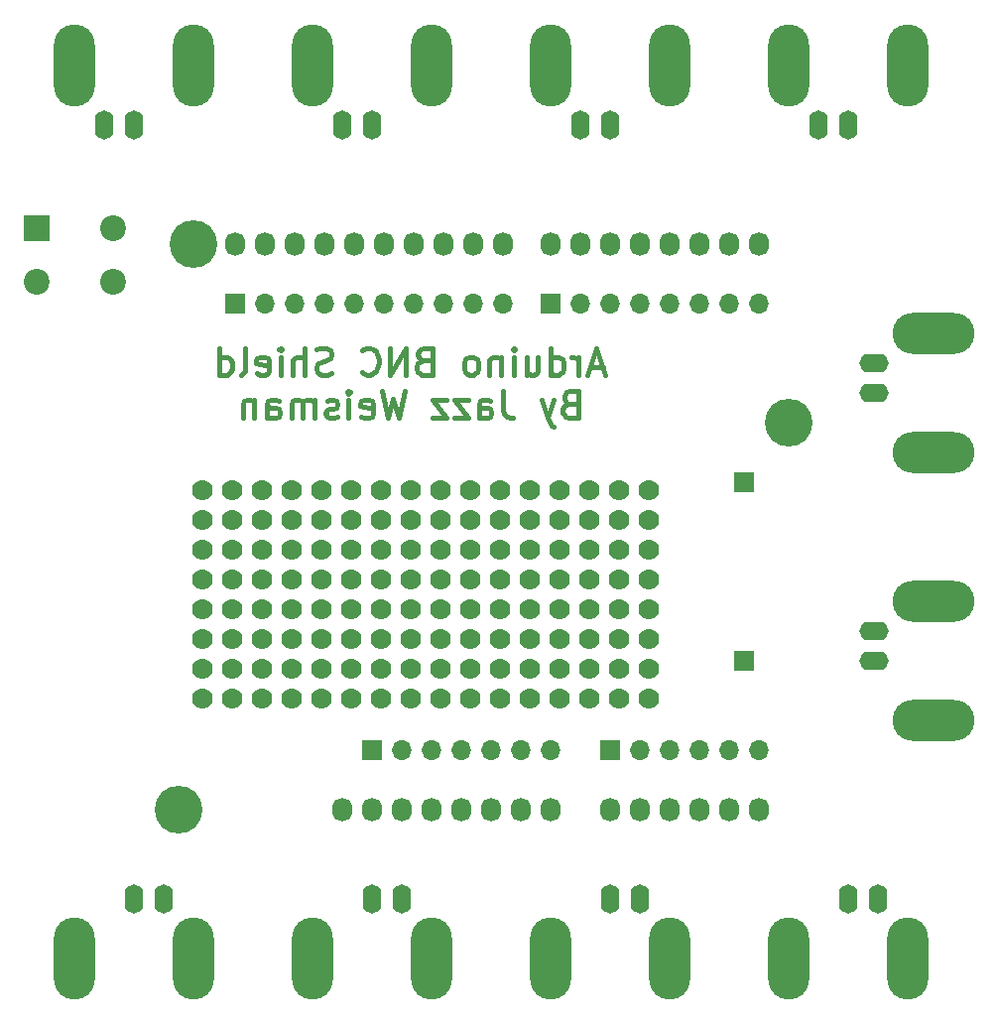
<source format=gbr>
%TF.GenerationSoftware,KiCad,Pcbnew,(6.0.8-1)-1*%
%TF.CreationDate,2023-07-19T23:06:53-04:00*%
%TF.ProjectId,bnc_shield,626e635f-7368-4696-956c-642e6b696361,rev?*%
%TF.SameCoordinates,Original*%
%TF.FileFunction,Soldermask,Bot*%
%TF.FilePolarity,Negative*%
%FSLAX46Y46*%
G04 Gerber Fmt 4.6, Leading zero omitted, Abs format (unit mm)*
G04 Created by KiCad (PCBNEW (6.0.8-1)-1) date 2023-07-19 23:06:53*
%MOMM*%
%LPD*%
G01*
G04 APERTURE LIST*
%ADD10C,0.381000*%
%ADD11O,2.500000X1.600000*%
%ADD12O,7.000000X3.500000*%
%ADD13R,2.200000X2.200000*%
%ADD14C,2.200000*%
%ADD15O,1.727200X2.032000*%
%ADD16C,4.064000*%
%ADD17O,1.600000X2.500000*%
%ADD18O,3.500000X7.000000*%
%ADD19R,1.700000X1.700000*%
%ADD20O,1.700000X1.700000*%
%ADD21C,1.778000*%
G04 APERTURE END LIST*
D10*
X161217428Y-86043770D02*
X160128857Y-86043770D01*
X161435142Y-86696912D02*
X160673142Y-84410912D01*
X159911142Y-86696912D01*
X159149142Y-86696912D02*
X159149142Y-85172912D01*
X159149142Y-85608341D02*
X159040285Y-85390627D01*
X158931428Y-85281770D01*
X158713714Y-85172912D01*
X158496000Y-85172912D01*
X156754285Y-86696912D02*
X156754285Y-84410912D01*
X156754285Y-86588055D02*
X156972000Y-86696912D01*
X157407428Y-86696912D01*
X157625142Y-86588055D01*
X157734000Y-86479198D01*
X157842857Y-86261484D01*
X157842857Y-85608341D01*
X157734000Y-85390627D01*
X157625142Y-85281770D01*
X157407428Y-85172912D01*
X156972000Y-85172912D01*
X156754285Y-85281770D01*
X154686000Y-85172912D02*
X154686000Y-86696912D01*
X155665714Y-85172912D02*
X155665714Y-86370341D01*
X155556857Y-86588055D01*
X155339142Y-86696912D01*
X155012571Y-86696912D01*
X154794857Y-86588055D01*
X154686000Y-86479198D01*
X153597428Y-86696912D02*
X153597428Y-85172912D01*
X153597428Y-84410912D02*
X153706285Y-84519770D01*
X153597428Y-84628627D01*
X153488571Y-84519770D01*
X153597428Y-84410912D01*
X153597428Y-84628627D01*
X152508857Y-85172912D02*
X152508857Y-86696912D01*
X152508857Y-85390627D02*
X152400000Y-85281770D01*
X152182285Y-85172912D01*
X151855714Y-85172912D01*
X151638000Y-85281770D01*
X151529142Y-85499484D01*
X151529142Y-86696912D01*
X150114000Y-86696912D02*
X150331714Y-86588055D01*
X150440571Y-86479198D01*
X150549428Y-86261484D01*
X150549428Y-85608341D01*
X150440571Y-85390627D01*
X150331714Y-85281770D01*
X150114000Y-85172912D01*
X149787428Y-85172912D01*
X149569714Y-85281770D01*
X149460857Y-85390627D01*
X149352000Y-85608341D01*
X149352000Y-86261484D01*
X149460857Y-86479198D01*
X149569714Y-86588055D01*
X149787428Y-86696912D01*
X150114000Y-86696912D01*
X145868571Y-85499484D02*
X145542000Y-85608341D01*
X145433142Y-85717198D01*
X145324285Y-85934912D01*
X145324285Y-86261484D01*
X145433142Y-86479198D01*
X145542000Y-86588055D01*
X145759714Y-86696912D01*
X146630571Y-86696912D01*
X146630571Y-84410912D01*
X145868571Y-84410912D01*
X145650857Y-84519770D01*
X145542000Y-84628627D01*
X145433142Y-84846341D01*
X145433142Y-85064055D01*
X145542000Y-85281770D01*
X145650857Y-85390627D01*
X145868571Y-85499484D01*
X146630571Y-85499484D01*
X144344571Y-86696912D02*
X144344571Y-84410912D01*
X143038285Y-86696912D01*
X143038285Y-84410912D01*
X140643428Y-86479198D02*
X140752285Y-86588055D01*
X141078857Y-86696912D01*
X141296571Y-86696912D01*
X141623142Y-86588055D01*
X141840857Y-86370341D01*
X141949714Y-86152627D01*
X142058571Y-85717198D01*
X142058571Y-85390627D01*
X141949714Y-84955198D01*
X141840857Y-84737484D01*
X141623142Y-84519770D01*
X141296571Y-84410912D01*
X141078857Y-84410912D01*
X140752285Y-84519770D01*
X140643428Y-84628627D01*
X138030857Y-86588055D02*
X137704285Y-86696912D01*
X137160000Y-86696912D01*
X136942285Y-86588055D01*
X136833428Y-86479198D01*
X136724571Y-86261484D01*
X136724571Y-86043770D01*
X136833428Y-85826055D01*
X136942285Y-85717198D01*
X137160000Y-85608341D01*
X137595428Y-85499484D01*
X137813142Y-85390627D01*
X137922000Y-85281770D01*
X138030857Y-85064055D01*
X138030857Y-84846341D01*
X137922000Y-84628627D01*
X137813142Y-84519770D01*
X137595428Y-84410912D01*
X137051142Y-84410912D01*
X136724571Y-84519770D01*
X135744857Y-86696912D02*
X135744857Y-84410912D01*
X134765142Y-86696912D02*
X134765142Y-85499484D01*
X134874000Y-85281770D01*
X135091714Y-85172912D01*
X135418285Y-85172912D01*
X135636000Y-85281770D01*
X135744857Y-85390627D01*
X133676571Y-86696912D02*
X133676571Y-85172912D01*
X133676571Y-84410912D02*
X133785428Y-84519770D01*
X133676571Y-84628627D01*
X133567714Y-84519770D01*
X133676571Y-84410912D01*
X133676571Y-84628627D01*
X131717142Y-86588055D02*
X131934857Y-86696912D01*
X132370285Y-86696912D01*
X132588000Y-86588055D01*
X132696857Y-86370341D01*
X132696857Y-85499484D01*
X132588000Y-85281770D01*
X132370285Y-85172912D01*
X131934857Y-85172912D01*
X131717142Y-85281770D01*
X131608285Y-85499484D01*
X131608285Y-85717198D01*
X132696857Y-85934912D01*
X130302000Y-86696912D02*
X130519714Y-86588055D01*
X130628571Y-86370341D01*
X130628571Y-84410912D01*
X128451428Y-86696912D02*
X128451428Y-84410912D01*
X128451428Y-86588055D02*
X128669142Y-86696912D01*
X129104571Y-86696912D01*
X129322285Y-86588055D01*
X129431142Y-86479198D01*
X129540000Y-86261484D01*
X129540000Y-85608341D01*
X129431142Y-85390627D01*
X129322285Y-85281770D01*
X129104571Y-85172912D01*
X128669142Y-85172912D01*
X128451428Y-85281770D01*
X158332714Y-89179944D02*
X158006142Y-89288801D01*
X157897285Y-89397658D01*
X157788428Y-89615372D01*
X157788428Y-89941944D01*
X157897285Y-90159658D01*
X158006142Y-90268515D01*
X158223857Y-90377372D01*
X159094714Y-90377372D01*
X159094714Y-88091372D01*
X158332714Y-88091372D01*
X158115000Y-88200230D01*
X158006142Y-88309087D01*
X157897285Y-88526801D01*
X157897285Y-88744515D01*
X158006142Y-88962230D01*
X158115000Y-89071087D01*
X158332714Y-89179944D01*
X159094714Y-89179944D01*
X157026428Y-88853372D02*
X156482142Y-90377372D01*
X155937857Y-88853372D02*
X156482142Y-90377372D01*
X156699857Y-90921658D01*
X156808714Y-91030515D01*
X157026428Y-91139372D01*
X152672142Y-88091372D02*
X152672142Y-89724230D01*
X152781000Y-90050801D01*
X152998714Y-90268515D01*
X153325285Y-90377372D01*
X153543000Y-90377372D01*
X150603857Y-90377372D02*
X150603857Y-89179944D01*
X150712714Y-88962230D01*
X150930428Y-88853372D01*
X151365857Y-88853372D01*
X151583571Y-88962230D01*
X150603857Y-90268515D02*
X150821571Y-90377372D01*
X151365857Y-90377372D01*
X151583571Y-90268515D01*
X151692428Y-90050801D01*
X151692428Y-89833087D01*
X151583571Y-89615372D01*
X151365857Y-89506515D01*
X150821571Y-89506515D01*
X150603857Y-89397658D01*
X149733000Y-88853372D02*
X148535571Y-88853372D01*
X149733000Y-90377372D01*
X148535571Y-90377372D01*
X147882428Y-88853372D02*
X146685000Y-88853372D01*
X147882428Y-90377372D01*
X146685000Y-90377372D01*
X144290142Y-88091372D02*
X143745857Y-90377372D01*
X143310428Y-88744515D01*
X142875000Y-90377372D01*
X142330714Y-88091372D01*
X140589000Y-90268515D02*
X140806714Y-90377372D01*
X141242142Y-90377372D01*
X141459857Y-90268515D01*
X141568714Y-90050801D01*
X141568714Y-89179944D01*
X141459857Y-88962230D01*
X141242142Y-88853372D01*
X140806714Y-88853372D01*
X140589000Y-88962230D01*
X140480142Y-89179944D01*
X140480142Y-89397658D01*
X141568714Y-89615372D01*
X139500428Y-90377372D02*
X139500428Y-88853372D01*
X139500428Y-88091372D02*
X139609285Y-88200230D01*
X139500428Y-88309087D01*
X139391571Y-88200230D01*
X139500428Y-88091372D01*
X139500428Y-88309087D01*
X138520714Y-90268515D02*
X138303000Y-90377372D01*
X137867571Y-90377372D01*
X137649857Y-90268515D01*
X137541000Y-90050801D01*
X137541000Y-89941944D01*
X137649857Y-89724230D01*
X137867571Y-89615372D01*
X138194142Y-89615372D01*
X138411857Y-89506515D01*
X138520714Y-89288801D01*
X138520714Y-89179944D01*
X138411857Y-88962230D01*
X138194142Y-88853372D01*
X137867571Y-88853372D01*
X137649857Y-88962230D01*
X136561285Y-90377372D02*
X136561285Y-88853372D01*
X136561285Y-89071087D02*
X136452428Y-88962230D01*
X136234714Y-88853372D01*
X135908142Y-88853372D01*
X135690428Y-88962230D01*
X135581571Y-89179944D01*
X135581571Y-90377372D01*
X135581571Y-89179944D02*
X135472714Y-88962230D01*
X135255000Y-88853372D01*
X134928428Y-88853372D01*
X134710714Y-88962230D01*
X134601857Y-89179944D01*
X134601857Y-90377372D01*
X132533571Y-90377372D02*
X132533571Y-89179944D01*
X132642428Y-88962230D01*
X132860142Y-88853372D01*
X133295571Y-88853372D01*
X133513285Y-88962230D01*
X132533571Y-90268515D02*
X132751285Y-90377372D01*
X133295571Y-90377372D01*
X133513285Y-90268515D01*
X133622142Y-90050801D01*
X133622142Y-89833087D01*
X133513285Y-89615372D01*
X133295571Y-89506515D01*
X132751285Y-89506515D01*
X132533571Y-89397658D01*
X131445000Y-88853372D02*
X131445000Y-90377372D01*
X131445000Y-89071087D02*
X131336142Y-88962230D01*
X131118428Y-88853372D01*
X130791857Y-88853372D01*
X130574142Y-88962230D01*
X130465285Y-89179944D01*
X130465285Y-90377372D01*
D11*
%TO.C,J7*%
X184348000Y-88265000D03*
D12*
X189428000Y-83185000D03*
X189428000Y-93345000D03*
D11*
X184348000Y-85725000D03*
%TD*%
D13*
%TO.C,SW1*%
X112880000Y-74240000D03*
D14*
X119380000Y-74240000D03*
X119380000Y-78740000D03*
X112880000Y-78740000D03*
%TD*%
D15*
%TO.C,P1*%
X138938000Y-123825000D03*
X141478000Y-123825000D03*
X144018000Y-123825000D03*
X146558000Y-123825000D03*
X149098000Y-123825000D03*
X151638000Y-123825000D03*
X154178000Y-123825000D03*
X156718000Y-123825000D03*
%TD*%
%TO.C,P2*%
X161798000Y-123825000D03*
X164338000Y-123825000D03*
X166878000Y-123825000D03*
X169418000Y-123825000D03*
X171958000Y-123825000D03*
X174498000Y-123825000D03*
%TD*%
%TO.C,P3*%
X129794000Y-75565000D03*
X132334000Y-75565000D03*
X134874000Y-75565000D03*
X137414000Y-75565000D03*
X139954000Y-75565000D03*
X142494000Y-75565000D03*
X145034000Y-75565000D03*
X147574000Y-75565000D03*
X150114000Y-75565000D03*
X152654000Y-75565000D03*
%TD*%
%TO.C,P4*%
X156718000Y-75565000D03*
X159258000Y-75565000D03*
X161798000Y-75565000D03*
X164338000Y-75565000D03*
X166878000Y-75565000D03*
X169418000Y-75565000D03*
X171958000Y-75565000D03*
X174498000Y-75565000D03*
%TD*%
D16*
%TO.C,P5*%
X124968000Y-123825000D03*
%TD*%
%TO.C,P7*%
X126238000Y-75565000D03*
%TD*%
%TO.C,P8*%
X177038000Y-90805000D03*
%TD*%
D17*
%TO.C,J10*%
X141478000Y-65405000D03*
X138938000Y-65405000D03*
D18*
X146558000Y-60325000D03*
X136398000Y-60325000D03*
%TD*%
D19*
%TO.C,J6*%
X141473000Y-118745000D03*
D20*
X144013000Y-118745000D03*
X146553000Y-118745000D03*
X149093000Y-118745000D03*
X151633000Y-118745000D03*
X154173000Y-118745000D03*
X156713000Y-118745000D03*
%TD*%
D19*
%TO.C,3 alt*%
X173228000Y-95885000D03*
%TD*%
D17*
%TO.C,J8*%
X182118000Y-65405000D03*
D18*
X187198000Y-60325000D03*
X177038000Y-60325000D03*
D17*
X179578000Y-65405000D03*
%TD*%
D19*
%TO.C,J12*%
X161798000Y-118745000D03*
D20*
X164338000Y-118745000D03*
X166878000Y-118745000D03*
X169418000Y-118745000D03*
X171958000Y-118745000D03*
X174498000Y-118745000D03*
%TD*%
D17*
%TO.C,J11*%
X121158000Y-65405000D03*
D18*
X126238000Y-60325000D03*
D17*
X118618000Y-65405000D03*
D18*
X116078000Y-60325000D03*
%TD*%
D11*
%TO.C,J5*%
X184348000Y-111125000D03*
X184348000Y-108585000D03*
D12*
X189428000Y-116205000D03*
X189428000Y-106045000D03*
%TD*%
D21*
%TO.C,REF\u002A\u002A*%
X127000000Y-96520000D03*
X129540000Y-96520000D03*
X132080000Y-96520000D03*
X134620000Y-96520000D03*
X137160000Y-96520000D03*
X139700000Y-96520000D03*
X142240000Y-96520000D03*
X144780000Y-96520000D03*
X127000000Y-99060000D03*
X129540000Y-99060000D03*
X132080000Y-99060000D03*
X134620000Y-99060000D03*
X137160000Y-99060000D03*
X139700000Y-99060000D03*
X142240000Y-99060000D03*
X144780000Y-99060000D03*
X127000000Y-101600000D03*
X129540000Y-101600000D03*
X132080000Y-101600000D03*
X134620000Y-101600000D03*
X137160000Y-101600000D03*
X139700000Y-101600000D03*
X142240000Y-101600000D03*
X144780000Y-101600000D03*
X127000000Y-104140000D03*
X129540000Y-104140000D03*
X132080000Y-104140000D03*
X134620000Y-104140000D03*
X137160000Y-104140000D03*
X139700000Y-104140000D03*
X142240000Y-104140000D03*
X144780000Y-104140000D03*
X127000000Y-106680000D03*
X129540000Y-106680000D03*
X132080000Y-106680000D03*
X134620000Y-106680000D03*
X137160000Y-106680000D03*
X139700000Y-106680000D03*
X142240000Y-106680000D03*
X144780000Y-106680000D03*
X127000000Y-109220000D03*
X129540000Y-109220000D03*
X132080000Y-109220000D03*
X134620000Y-109220000D03*
X137160000Y-109220000D03*
X139700000Y-109220000D03*
X142240000Y-109220000D03*
X144780000Y-109220000D03*
X127000000Y-111760000D03*
X129540000Y-111760000D03*
X132080000Y-111760000D03*
X134620000Y-111760000D03*
X137160000Y-111760000D03*
X139700000Y-111760000D03*
X142240000Y-111760000D03*
X144780000Y-111760000D03*
X127000000Y-114300000D03*
X129540000Y-114300000D03*
X132080000Y-114300000D03*
X134620000Y-114300000D03*
X137160000Y-114300000D03*
X139700000Y-114300000D03*
X142240000Y-114300000D03*
X144780000Y-114300000D03*
%TD*%
D19*
%TO.C,J14*%
X156718000Y-80645000D03*
D20*
X159258000Y-80645000D03*
X161798000Y-80645000D03*
X164338000Y-80645000D03*
X166878000Y-80645000D03*
X169418000Y-80645000D03*
X171958000Y-80645000D03*
X174498000Y-80645000D03*
%TD*%
D17*
%TO.C,J1*%
X121158000Y-131445000D03*
D18*
X116078000Y-136525000D03*
X126238000Y-136525000D03*
D17*
X123698000Y-131445000D03*
%TD*%
%TO.C,J4*%
X182118000Y-131445000D03*
D18*
X187198000Y-136525000D03*
D17*
X184658000Y-131445000D03*
D18*
X177038000Y-136525000D03*
%TD*%
D21*
%TO.C,REF\u002A\u002A*%
X147320000Y-96520000D03*
X149860000Y-96520000D03*
X152400000Y-96520000D03*
X154940000Y-96520000D03*
X157480000Y-96520000D03*
X160020000Y-96520000D03*
X162560000Y-96520000D03*
X165100000Y-96520000D03*
X147320000Y-99060000D03*
X149860000Y-99060000D03*
X152400000Y-99060000D03*
X154940000Y-99060000D03*
X157480000Y-99060000D03*
X160020000Y-99060000D03*
X162560000Y-99060000D03*
X165100000Y-99060000D03*
X147320000Y-101600000D03*
X149860000Y-101600000D03*
X152400000Y-101600000D03*
X154940000Y-101600000D03*
X157480000Y-101600000D03*
X160020000Y-101600000D03*
X162560000Y-101600000D03*
X165100000Y-101600000D03*
X147320000Y-104140000D03*
X149860000Y-104140000D03*
X152400000Y-104140000D03*
X154940000Y-104140000D03*
X157480000Y-104140000D03*
X160020000Y-104140000D03*
X162560000Y-104140000D03*
X165100000Y-104140000D03*
X147320000Y-106680000D03*
X149860000Y-106680000D03*
X152400000Y-106680000D03*
X154940000Y-106680000D03*
X157480000Y-106680000D03*
X160020000Y-106680000D03*
X162560000Y-106680000D03*
X165100000Y-106680000D03*
X147320000Y-109220000D03*
X149860000Y-109220000D03*
X152400000Y-109220000D03*
X154940000Y-109220000D03*
X157480000Y-109220000D03*
X160020000Y-109220000D03*
X162560000Y-109220000D03*
X165100000Y-109220000D03*
X147320000Y-111760000D03*
X149860000Y-111760000D03*
X152400000Y-111760000D03*
X154940000Y-111760000D03*
X157480000Y-111760000D03*
X160020000Y-111760000D03*
X162560000Y-111760000D03*
X165100000Y-111760000D03*
X147320000Y-114300000D03*
X149860000Y-114300000D03*
X152400000Y-114300000D03*
X154940000Y-114300000D03*
X157480000Y-114300000D03*
X160020000Y-114300000D03*
X162560000Y-114300000D03*
X165100000Y-114300000D03*
%TD*%
D19*
%TO.C,A4 alt*%
X173228000Y-111125000D03*
%TD*%
D17*
%TO.C,J3*%
X161798000Y-131445000D03*
D18*
X166878000Y-136525000D03*
D17*
X164338000Y-131445000D03*
D18*
X156718000Y-136525000D03*
%TD*%
D17*
%TO.C,J9*%
X159258000Y-65405000D03*
D18*
X166878000Y-60325000D03*
X156718000Y-60325000D03*
D17*
X161798000Y-65405000D03*
%TD*%
D19*
%TO.C,J13*%
X129794000Y-80645000D03*
D20*
X132334000Y-80645000D03*
X134874000Y-80645000D03*
X137414000Y-80645000D03*
X139954000Y-80645000D03*
X142494000Y-80645000D03*
X145034000Y-80645000D03*
X147574000Y-80645000D03*
X150114000Y-80645000D03*
X152654000Y-80645000D03*
%TD*%
D17*
%TO.C,J2*%
X141478000Y-131445000D03*
X144018000Y-131445000D03*
D18*
X146558000Y-136525000D03*
X136398000Y-136525000D03*
%TD*%
M02*

</source>
